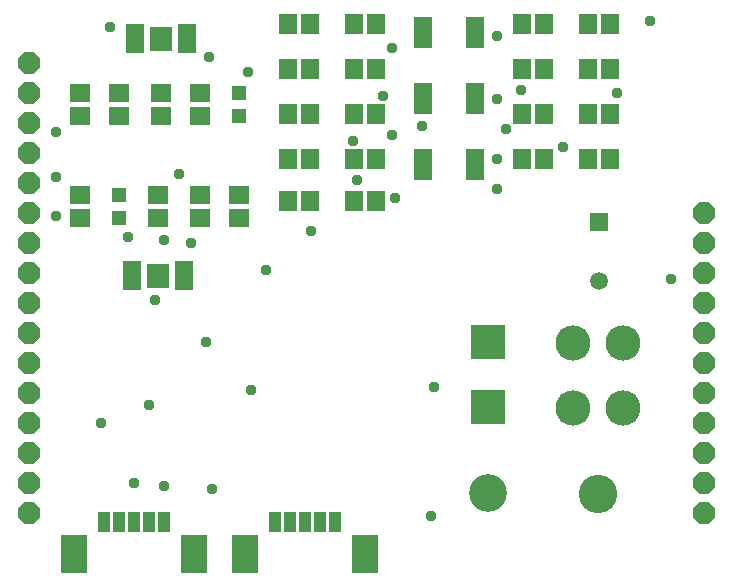
<source format=gbr>
G04 EAGLE Gerber RS-274X export*
G75*
%MOMM*%
%FSLAX34Y34*%
%LPD*%
%INSoldermask Top*%
%IPPOS*%
%AMOC8*
5,1,8,0,0,1.08239X$1,22.5*%
G01*
%ADD10P,1.951982X8X22.500000*%
%ADD11R,1.003200X1.803200*%
%ADD12R,2.303200X3.203200*%
%ADD13C,2.978200*%
%ADD14C,3.253200*%
%ADD15R,1.628200X0.503200*%
%ADD16R,1.883200X2.083200*%
%ADD17R,1.703200X1.503200*%
%ADD18R,1.203200X1.203200*%
%ADD19R,2.908300X2.908300*%
%ADD20C,3.200400*%
%ADD21R,1.511200X1.511200*%
%ADD22C,1.511200*%
%ADD23R,1.628200X0.653200*%
%ADD24R,1.503200X1.703200*%
%ADD25C,0.959600*%


D10*
X33020Y60960D03*
X33020Y86360D03*
X33020Y111760D03*
X33020Y137160D03*
X33020Y162560D03*
X33020Y187960D03*
X33020Y213360D03*
X33020Y238760D03*
X33020Y264160D03*
X33020Y289560D03*
X33020Y314960D03*
X33020Y340360D03*
X33020Y365760D03*
X33020Y391160D03*
X33020Y416560D03*
X33020Y441960D03*
X604520Y60960D03*
X604520Y86360D03*
X604520Y111760D03*
X604520Y137160D03*
X604520Y162560D03*
X604520Y187960D03*
X604520Y213360D03*
X604520Y238760D03*
X604520Y264160D03*
X604520Y289560D03*
X604520Y314960D03*
D11*
X241700Y53340D03*
X254200Y53340D03*
X266700Y53340D03*
X279200Y53340D03*
X291700Y53340D03*
D12*
X216100Y25840D03*
X317300Y25840D03*
D13*
X535940Y149860D03*
X493940Y149860D03*
X535940Y204860D03*
X493940Y204860D03*
D14*
X514940Y76860D03*
D11*
X96920Y53340D03*
X109420Y53340D03*
X121920Y53340D03*
X134420Y53340D03*
X146920Y53340D03*
D12*
X71320Y25840D03*
X172520Y25840D03*
D15*
X120120Y271620D03*
X120120Y266620D03*
X120120Y261620D03*
X120120Y256620D03*
X120120Y251620D03*
X164360Y251620D03*
X164360Y256620D03*
X164360Y261620D03*
X164360Y266620D03*
X164360Y271620D03*
D16*
X142240Y261620D03*
D15*
X166900Y452280D03*
X166900Y457280D03*
X166900Y462280D03*
X166900Y467280D03*
X166900Y472280D03*
X122660Y472280D03*
X122660Y467280D03*
X122660Y462280D03*
X122660Y457280D03*
X122660Y452280D03*
D16*
X144780Y462280D03*
D17*
X142240Y329540D03*
X142240Y310540D03*
X109220Y415900D03*
X109220Y396900D03*
X210820Y329540D03*
X210820Y310540D03*
X144780Y396900D03*
X144780Y415900D03*
X76200Y415900D03*
X76200Y396900D03*
X76200Y329540D03*
X76200Y310540D03*
X177800Y329540D03*
X177800Y310540D03*
X177800Y415900D03*
X177800Y396900D03*
D18*
X109220Y330040D03*
X109220Y310040D03*
X210820Y396400D03*
X210820Y416400D03*
D19*
X422008Y150546D03*
D20*
X422008Y77648D03*
D19*
X422008Y205664D03*
D21*
X515620Y307340D03*
D22*
X515620Y257340D03*
D23*
X366500Y477110D03*
X366500Y470610D03*
X366500Y464110D03*
X366500Y457610D03*
X410740Y457610D03*
X410740Y464110D03*
X410740Y470610D03*
X410740Y477110D03*
X366500Y421230D03*
X366500Y414730D03*
X366500Y408230D03*
X366500Y401730D03*
X410740Y401730D03*
X410740Y408230D03*
X410740Y414730D03*
X410740Y421230D03*
X366500Y365350D03*
X366500Y358850D03*
X366500Y352350D03*
X366500Y345850D03*
X410740Y345850D03*
X410740Y352350D03*
X410740Y358850D03*
X410740Y365350D03*
D24*
X252120Y474980D03*
X271120Y474980D03*
X308000Y474980D03*
X327000Y474980D03*
X308000Y436880D03*
X327000Y436880D03*
X450240Y474980D03*
X469240Y474980D03*
X450240Y436880D03*
X469240Y436880D03*
X308000Y398780D03*
X327000Y398780D03*
X271120Y398780D03*
X252120Y398780D03*
X252120Y436880D03*
X271120Y436880D03*
X450240Y398780D03*
X469240Y398780D03*
X252120Y325120D03*
X271120Y325120D03*
X308000Y360680D03*
X327000Y360680D03*
X525120Y398780D03*
X506120Y398780D03*
X252120Y360680D03*
X271120Y360680D03*
X327000Y325120D03*
X308000Y325120D03*
X450240Y360680D03*
X469240Y360680D03*
X525120Y360680D03*
X506120Y360680D03*
X525120Y436880D03*
X506120Y436880D03*
X506120Y474980D03*
X525120Y474980D03*
D25*
X233680Y266700D03*
X93980Y137160D03*
X271780Y299720D03*
X55880Y383540D03*
X160020Y347980D03*
X170180Y289560D03*
X55880Y345440D03*
X121920Y86360D03*
X220980Y165100D03*
X373380Y58420D03*
X182880Y205740D03*
X187960Y81280D03*
X55880Y312420D03*
X101600Y472440D03*
X375920Y167640D03*
X218440Y434340D03*
X147320Y292100D03*
X139700Y241300D03*
X576580Y259080D03*
X436880Y386080D03*
X449580Y419100D03*
X530860Y416560D03*
X558800Y477520D03*
X134620Y152400D03*
X116840Y294640D03*
X147320Y83820D03*
X485140Y370840D03*
X429260Y335280D03*
X429260Y360680D03*
X429260Y411480D03*
X429260Y464820D03*
X185420Y447040D03*
X340360Y454660D03*
X340360Y381000D03*
X342900Y327660D03*
X365760Y388620D03*
X310718Y342900D03*
X307340Y375920D03*
X333068Y414020D03*
M02*

</source>
